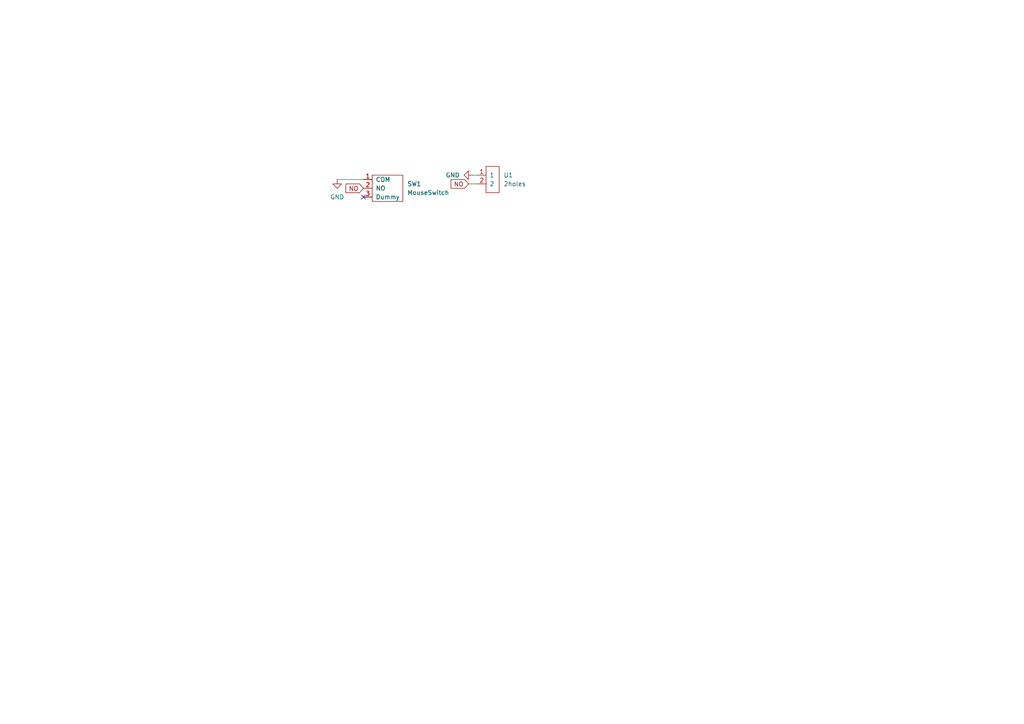
<source format=kicad_sch>
(kicad_sch (version 20211123) (generator eeschema)
  (paper "A4")
  (lib_symbols
    (symbol "133Library:2holes" (pin_names (offset 1.016))
      (property "Reference" "U" (at 0 0 0))
      (property "Value" "2holes" (at 0 2.54 0))
      (symbol "2holes_0_1"
        (rectangle (start 2.54 -7.62) (end 6.35 0))
      )
      (symbol "2holes_1_1"
        (pin input line (at 0 -2.54 0) (length 2.54) (name "1") (number "1"))
        (pin input line (at 0 -5.08 0) (length 2.54) (name "2") (number "2"))
      )
    )
    (symbol "133Library:MouseSwitch" (pin_names (offset 1.016))
      (property "Reference" "SW" (at 0 3.81 0))
      (property "Value" "MouseSwitch" (at 0 1.27 0))
      (symbol "MouseSwitch_0_1"
        (rectangle (start -2.54 0) (end 6.35 -7.62))
      )
      (symbol "MouseSwitch_1_1"
        (pin input line (at -5.08 -1.27 0) (length 2.54) (name "COM") (number "1"))
        (pin input line (at -5.08 -3.81 0) (length 2.54) (name "NO") (number "2"))
        (pin input line (at -5.08 -6.35 0) (length 2.54) (name "Dummy") (number "3"))
      )
    )
    (symbol "power:GND" (power) (pin_names (offset 0))
      (property "Value" "GND" (at 0 -3.81 0))
      (symbol "GND_0_1"
        (polyline (pts (xy 0 0) (xy 0 -1.27) (xy 1.27 -1.27) (xy 0 -2.54) (xy -1.27 -1.27) (xy 0 -1.27)))
      )
      (symbol "GND_1_1"
        (pin power_in line (at 0 0 270) (length 0) hide (name "GND") (number "1"))
      )
    )
  )
  (no_connect (at 105.41 57.15))
  (wire (pts (xy 137.16 50.8) (xy 138.43 50.8)))
  (wire (pts (xy 97.79 52.07) (xy 105.41 52.07)))
  (wire (pts (xy 135.89 53.34) (xy 138.43 53.34)))
  (global_label "NO" (shape input) (at 105.41 54.61 180) (property "Intersheet References" "${INTERSHEET_REFS}" (effects hide)))
  (global_label "NO" (shape input) (at 135.89 53.34 180) (property "Intersheet References" "${INTERSHEET_REFS}" (effects hide)))
  (symbol (lib_id "power:GND") (at 137.16 50.8 270) (unit 1)
    (property "Reference" "#PWR0101" (effects hide))
    (property "Value" "GND" (at 133.35 50.7999 90) (effects (justify right)))
  )
  (symbol (lib_id "power:GND") (at 97.79 52.07 0) (unit 1)
    (property "Reference" "#PWR0102" (effects hide))
    (property "Value" "GND" (at 97.79 57.15 0))
  )
  (symbol (lib_id "133Library:MouseSwitch") (at 110.49 50.8 0) (unit 1)
    (property "Reference" "SW1" (at 118.11 53.3399 0) (effects (justify left)))
    (property "Value" "MouseSwitch" (at 118.11 55.8799 0) (effects (justify left)))
    (property "Footprint" "133Library:7305 Socket" (effects hide))
  )
  (symbol (lib_id "133Library:2holes") (at 138.43 48.26 0) (unit 1)
    (property "Reference" "U1" (at 146.05 50.7999 0) (effects (justify left)))
    (property "Value" "2holes" (at 146.05 53.3399 0) (effects (justify left)))
    (property "Footprint" "133Library:2holes" (effects hide))
  )
)
</source>
